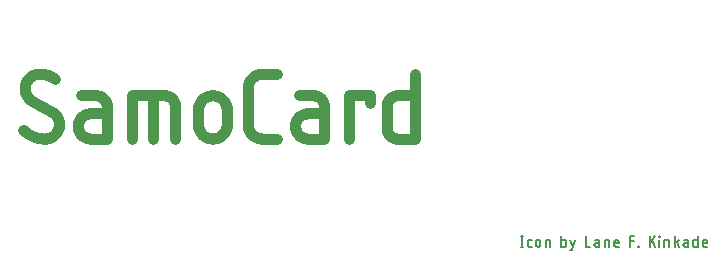
<source format=gbr>
G04 EAGLE Gerber X2 export*
%TF.Part,Single*%
%TF.FileFunction,Legend,Top,1*%
%TF.FilePolarity,Positive*%
%TF.GenerationSoftware,Autodesk,EAGLE,9.0.1*%
%TF.CreationDate,2018-06-03T14:21:38Z*%
G75*
%MOMM*%
%FSLAX34Y34*%
%LPD*%
%AMOC8*
5,1,8,0,0,1.08239X$1,22.5*%
G01*
%ADD10R,2.070000X0.115000*%
%ADD11R,2.300000X0.115000*%
%ADD12R,1.265000X0.115000*%
%ADD13R,2.185000X0.115000*%
%ADD14R,1.380000X0.115000*%
%ADD15R,1.955000X0.115000*%
%ADD16R,1.840000X0.115000*%
%ADD17R,1.725000X0.115000*%
%ADD18R,2.415000X0.115000*%
%ADD19R,2.530000X0.115000*%
%ADD20R,2.645000X0.115000*%
%ADD21R,2.760000X0.115000*%
%ADD22R,2.875000X0.115000*%
%ADD23R,1.150000X0.115000*%
%ADD24R,2.990000X0.115000*%
%ADD25R,3.105000X0.115000*%
%ADD26R,0.230000X0.115000*%
%ADD27R,3.220000X0.115000*%
%ADD28R,3.450000X0.115000*%
%ADD29R,3.565000X0.115000*%
%ADD30R,3.680000X0.115000*%
%ADD31R,7.015000X0.115000*%
%ADD32R,3.795000X0.115000*%
%ADD33R,7.705000X0.115000*%
%ADD34R,3.910000X0.115000*%
%ADD35R,8.165000X0.115000*%
%ADD36R,0.920000X0.115000*%
%ADD37R,4.025000X0.115000*%
%ADD38R,8.625000X0.115000*%
%ADD39R,0.460000X0.115000*%
%ADD40R,4.255000X0.115000*%
%ADD41R,8.855000X0.115000*%
%ADD42R,0.115000X0.115000*%
%ADD43R,4.370000X0.115000*%
%ADD44R,9.200000X0.115000*%
%ADD45R,4.485000X0.115000*%
%ADD46R,9.545000X0.115000*%
%ADD47R,4.715000X0.115000*%
%ADD48R,14.490000X0.115000*%
%ADD49R,14.605000X0.115000*%
%ADD50R,14.720000X0.115000*%
%ADD51R,14.835000X0.115000*%
%ADD52R,14.950000X0.115000*%
%ADD53R,15.065000X0.115000*%
%ADD54R,15.180000X0.115000*%
%ADD55R,15.295000X0.115000*%
%ADD56R,14.375000X0.115000*%
%ADD57R,14.260000X0.115000*%
%ADD58R,14.145000X0.115000*%
%ADD59R,5.980000X0.115000*%
%ADD60R,5.750000X0.115000*%
%ADD61R,5.060000X0.115000*%
%ADD62R,5.520000X0.115000*%
%ADD63R,5.405000X0.115000*%
%ADD64R,6.210000X0.115000*%
%ADD65R,5.175000X0.115000*%
%ADD66R,6.095000X0.115000*%
%ADD67R,5.290000X0.115000*%
%ADD68R,5.635000X0.115000*%
%ADD69R,5.865000X0.115000*%
%ADD70R,4.830000X0.115000*%
%ADD71R,4.600000X0.115000*%
%ADD72R,4.140000X0.115000*%
%ADD73R,1.610000X0.115000*%
%ADD74R,0.575000X0.115000*%
%ADD75R,0.345000X0.115000*%
%ADD76C,0.152400*%
%ADD77C,0.965200*%


D10*
X666425Y150650D03*
X691725Y150650D03*
D11*
X577875Y151800D03*
D12*
X598000Y151800D03*
D13*
X667000Y151800D03*
X692300Y151800D03*
D11*
X577875Y152950D03*
D14*
X598575Y152950D03*
D13*
X667000Y152950D03*
X692300Y152950D03*
D11*
X579025Y154100D03*
D12*
X599150Y154100D03*
D11*
X667575Y154100D03*
X692875Y154100D03*
X579025Y155250D03*
D14*
X599725Y155250D03*
D13*
X668150Y155250D03*
X693450Y155250D03*
D11*
X580175Y156400D03*
D12*
X600300Y156400D03*
D10*
X668725Y156400D03*
X694025Y156400D03*
X581325Y157550D03*
D14*
X600875Y157550D03*
D15*
X669300Y157550D03*
X694600Y157550D03*
D16*
X583625Y158700D03*
D12*
X601450Y158700D03*
D16*
X671025Y158700D03*
D17*
X695750Y158700D03*
D16*
X583625Y159850D03*
D14*
X602025Y159850D03*
D16*
X671025Y159850D03*
D17*
X695750Y159850D03*
D16*
X583625Y161000D03*
D14*
X602025Y161000D03*
D16*
X671025Y161000D03*
X696325Y161000D03*
X584775Y162150D03*
D12*
X602600Y162150D03*
D16*
X671025Y162150D03*
X696325Y162150D03*
X584775Y163300D03*
D14*
X603175Y163300D03*
D16*
X671025Y163300D03*
X696325Y163300D03*
D15*
X585350Y164450D03*
D14*
X603175Y164450D03*
D16*
X671025Y164450D03*
X696325Y164450D03*
X585925Y165600D03*
D12*
X603750Y165600D03*
D16*
X671025Y165600D03*
X696325Y165600D03*
X585925Y166750D03*
D14*
X604325Y166750D03*
D16*
X671025Y166750D03*
X696325Y166750D03*
X585925Y167900D03*
D14*
X604325Y167900D03*
D16*
X671025Y167900D03*
D15*
X695750Y167900D03*
X586500Y169050D03*
D12*
X604900Y169050D03*
D15*
X670450Y169050D03*
X695750Y169050D03*
D16*
X587075Y170200D03*
D14*
X605475Y170200D03*
D15*
X670450Y170200D03*
X695750Y170200D03*
D16*
X587075Y171350D03*
D14*
X605475Y171350D03*
D15*
X670450Y171350D03*
D10*
X695175Y171350D03*
D16*
X587075Y172500D03*
D14*
X605475Y172500D03*
D10*
X669875Y172500D03*
X695175Y172500D03*
D15*
X587650Y173650D03*
D14*
X605475Y173650D03*
D10*
X669875Y173650D03*
X695175Y173650D03*
D15*
X587650Y174800D03*
D12*
X606050Y174800D03*
D13*
X669300Y174800D03*
X694600Y174800D03*
D15*
X587650Y175950D03*
D14*
X606625Y175950D03*
D13*
X669300Y175950D03*
X694600Y175950D03*
D15*
X587650Y177100D03*
D14*
X606625Y177100D03*
D11*
X668725Y177100D03*
X694025Y177100D03*
D15*
X587650Y178250D03*
D14*
X606625Y178250D03*
D13*
X668150Y178250D03*
D11*
X694025Y178250D03*
D15*
X587650Y179400D03*
D14*
X606625Y179400D03*
D11*
X667575Y179400D03*
D18*
X693450Y179400D03*
D10*
X587075Y180550D03*
D14*
X606625Y180550D03*
D13*
X667000Y180550D03*
D19*
X692875Y180550D03*
D13*
X587650Y181700D03*
D14*
X606625Y181700D03*
D13*
X665850Y181700D03*
D19*
X692875Y181700D03*
D13*
X587650Y182850D03*
D14*
X606625Y182850D03*
D13*
X664700Y182850D03*
D20*
X692300Y182850D03*
D11*
X587075Y184000D03*
D12*
X607200Y184000D03*
D11*
X664125Y184000D03*
D21*
X691725Y184000D03*
D11*
X587075Y185150D03*
D12*
X607200Y185150D03*
D11*
X662975Y185150D03*
D22*
X691150Y185150D03*
D18*
X586500Y186300D03*
D23*
X607775Y186300D03*
D13*
X662400Y186300D03*
D24*
X690575Y186300D03*
D18*
X586500Y187450D03*
D13*
X661250Y187450D03*
D25*
X690000Y187450D03*
D19*
X585925Y188600D03*
D26*
X602025Y188600D03*
D13*
X660100Y188600D03*
D27*
X689425Y188600D03*
D19*
X584775Y189750D03*
D17*
X608350Y189750D03*
D13*
X658950Y189750D03*
D28*
X689425Y189750D03*
D20*
X584200Y190900D03*
D21*
X612375Y190900D03*
D13*
X657800Y190900D03*
D29*
X688850Y190900D03*
D21*
X583625Y192050D03*
D28*
X615825Y192050D03*
D13*
X656650Y192050D03*
D30*
X688275Y192050D03*
D31*
X603750Y193200D03*
D16*
X656075Y193200D03*
D32*
X687700Y193200D03*
D33*
X606050Y194350D03*
D14*
X657225Y194350D03*
D34*
X687125Y194350D03*
D35*
X607200Y195500D03*
D36*
X658375Y195500D03*
D37*
X686550Y195500D03*
D38*
X608350Y196650D03*
D39*
X658375Y196650D03*
D40*
X685400Y196650D03*
D41*
X609500Y197800D03*
D42*
X658950Y197800D03*
D43*
X684825Y197800D03*
D44*
X610075Y198950D03*
D45*
X684250Y198950D03*
D46*
X610650Y200100D03*
D47*
X683100Y200100D03*
D48*
X634225Y201250D03*
X634225Y202400D03*
D49*
X633650Y203550D03*
D50*
X633075Y204700D03*
X633075Y205850D03*
D51*
X632500Y207000D03*
X632500Y208150D03*
D52*
X631925Y209300D03*
X631925Y210450D03*
D53*
X631350Y211600D03*
X631350Y212750D03*
X631350Y213900D03*
D54*
X630775Y215050D03*
X630775Y216200D03*
X630775Y217350D03*
D55*
X630200Y218500D03*
D54*
X629625Y219650D03*
X629625Y220800D03*
X629625Y221950D03*
X629625Y223100D03*
D55*
X629050Y224250D03*
X629050Y225400D03*
X629050Y226550D03*
D54*
X628475Y227700D03*
X628475Y228850D03*
X628475Y230000D03*
X628475Y231150D03*
X628475Y232300D03*
X628475Y233450D03*
D53*
X627900Y234600D03*
X627900Y235750D03*
X627900Y236900D03*
X627900Y238050D03*
D52*
X627325Y239200D03*
X627325Y240350D03*
X627325Y241500D03*
X627325Y242650D03*
D51*
X626750Y243800D03*
X626750Y244950D03*
D50*
X627325Y246100D03*
D49*
X626750Y247250D03*
X626750Y248400D03*
D48*
X627325Y249550D03*
D56*
X626750Y250700D03*
X626750Y251850D03*
D57*
X627325Y253000D03*
D58*
X626750Y254150D03*
D59*
X587075Y255300D03*
D45*
X675050Y255300D03*
D60*
X585925Y256450D03*
D61*
X672175Y256450D03*
D62*
X585925Y257600D03*
X668725Y257600D03*
D63*
X585350Y258750D03*
D64*
X665275Y258750D03*
D65*
X585350Y259900D03*
D64*
X664125Y259900D03*
D61*
X585925Y261050D03*
D66*
X664700Y261050D03*
D67*
X584775Y262200D03*
D59*
X664125Y262200D03*
D68*
X583050Y263350D03*
D59*
X664125Y263350D03*
D60*
X582475Y264500D03*
X664125Y264500D03*
D69*
X581900Y265650D03*
D60*
X664125Y265650D03*
D69*
X581900Y266800D03*
D62*
X664125Y266800D03*
D59*
X581325Y267950D03*
D62*
X664125Y267950D03*
D59*
X581325Y269100D03*
D67*
X664125Y269100D03*
D69*
X580750Y270250D03*
D65*
X663550Y270250D03*
D69*
X580750Y271400D03*
D61*
X664125Y271400D03*
D67*
X583625Y272550D03*
D70*
X664125Y272550D03*
D63*
X583050Y273700D03*
D71*
X664125Y273700D03*
D68*
X581900Y274850D03*
D43*
X664125Y274850D03*
D68*
X580750Y276000D03*
D72*
X664125Y276000D03*
D60*
X580175Y277150D03*
D34*
X664125Y277150D03*
D60*
X579025Y278300D03*
D29*
X663550Y278300D03*
D60*
X579025Y279450D03*
D27*
X664125Y279450D03*
D60*
X579025Y280600D03*
D21*
X664125Y280600D03*
D68*
X578450Y281750D03*
D11*
X664125Y281750D03*
D68*
X578450Y282900D03*
D73*
X664125Y282900D03*
D62*
X577875Y284050D03*
D63*
X577300Y285200D03*
D34*
X583625Y286350D03*
X583625Y287500D03*
D30*
X583625Y288650D03*
D29*
X583050Y289800D03*
D27*
X582475Y290950D03*
D24*
X582475Y292100D03*
D20*
X581900Y293250D03*
D13*
X581900Y294400D03*
D17*
X583050Y295550D03*
D14*
X584775Y296700D03*
D74*
X580750Y297850D03*
X588800Y297850D03*
D39*
X581325Y299000D03*
X588225Y299000D03*
D75*
X580750Y300150D03*
D39*
X588225Y300150D03*
D75*
X580750Y301300D03*
D26*
X588225Y301300D03*
X581325Y302450D03*
X588225Y302450D03*
D76*
X596272Y108298D02*
X596272Y99662D01*
X597231Y99662D02*
X595312Y99662D01*
X595312Y108298D02*
X597231Y108298D01*
X602513Y99662D02*
X604432Y99662D01*
X602513Y99662D02*
X602438Y99664D01*
X602363Y99670D01*
X602288Y99680D01*
X602214Y99693D01*
X602141Y99711D01*
X602068Y99732D01*
X601997Y99758D01*
X601928Y99786D01*
X601860Y99819D01*
X601794Y99855D01*
X601729Y99894D01*
X601667Y99937D01*
X601607Y99983D01*
X601550Y100032D01*
X601495Y100083D01*
X601444Y100138D01*
X601395Y100195D01*
X601349Y100255D01*
X601306Y100317D01*
X601267Y100382D01*
X601231Y100448D01*
X601198Y100516D01*
X601170Y100585D01*
X601144Y100656D01*
X601123Y100729D01*
X601105Y100802D01*
X601092Y100876D01*
X601082Y100951D01*
X601076Y101026D01*
X601074Y101101D01*
X601073Y101101D02*
X601073Y103980D01*
X601074Y103980D02*
X601076Y104055D01*
X601082Y104130D01*
X601092Y104205D01*
X601105Y104279D01*
X601123Y104352D01*
X601144Y104425D01*
X601170Y104496D01*
X601198Y104565D01*
X601231Y104633D01*
X601267Y104700D01*
X601306Y104764D01*
X601349Y104826D01*
X601395Y104886D01*
X601444Y104943D01*
X601495Y104998D01*
X601550Y105049D01*
X601607Y105098D01*
X601667Y105144D01*
X601729Y105187D01*
X601794Y105226D01*
X601860Y105262D01*
X601928Y105295D01*
X601997Y105323D01*
X602068Y105349D01*
X602141Y105370D01*
X602214Y105388D01*
X602288Y105401D01*
X602363Y105411D01*
X602438Y105417D01*
X602513Y105419D01*
X604432Y105419D01*
X608068Y103500D02*
X608068Y101581D01*
X608068Y103500D02*
X608070Y103586D01*
X608076Y103672D01*
X608085Y103758D01*
X608099Y103843D01*
X608116Y103927D01*
X608137Y104011D01*
X608162Y104093D01*
X608190Y104174D01*
X608222Y104254D01*
X608258Y104333D01*
X608297Y104409D01*
X608340Y104484D01*
X608385Y104557D01*
X608434Y104628D01*
X608487Y104696D01*
X608542Y104763D01*
X608600Y104826D01*
X608661Y104887D01*
X608724Y104945D01*
X608791Y105000D01*
X608859Y105053D01*
X608930Y105102D01*
X609003Y105147D01*
X609078Y105190D01*
X609154Y105229D01*
X609233Y105265D01*
X609313Y105297D01*
X609394Y105325D01*
X609476Y105350D01*
X609560Y105371D01*
X609644Y105388D01*
X609729Y105402D01*
X609815Y105411D01*
X609901Y105417D01*
X609987Y105419D01*
X610073Y105417D01*
X610159Y105411D01*
X610245Y105402D01*
X610330Y105388D01*
X610414Y105371D01*
X610498Y105350D01*
X610580Y105325D01*
X610661Y105297D01*
X610741Y105265D01*
X610820Y105229D01*
X610896Y105190D01*
X610971Y105147D01*
X611044Y105102D01*
X611115Y105053D01*
X611183Y105000D01*
X611250Y104945D01*
X611313Y104887D01*
X611374Y104826D01*
X611432Y104763D01*
X611487Y104696D01*
X611540Y104628D01*
X611589Y104557D01*
X611634Y104484D01*
X611677Y104409D01*
X611716Y104333D01*
X611752Y104254D01*
X611784Y104174D01*
X611812Y104093D01*
X611837Y104011D01*
X611858Y103927D01*
X611875Y103843D01*
X611889Y103758D01*
X611898Y103672D01*
X611904Y103586D01*
X611906Y103500D01*
X611907Y103500D02*
X611907Y101581D01*
X611906Y101581D02*
X611904Y101495D01*
X611898Y101409D01*
X611889Y101323D01*
X611875Y101238D01*
X611858Y101154D01*
X611837Y101070D01*
X611812Y100988D01*
X611784Y100907D01*
X611752Y100827D01*
X611716Y100748D01*
X611677Y100672D01*
X611634Y100597D01*
X611589Y100524D01*
X611540Y100453D01*
X611487Y100385D01*
X611432Y100318D01*
X611374Y100255D01*
X611313Y100194D01*
X611250Y100136D01*
X611183Y100081D01*
X611115Y100028D01*
X611044Y99979D01*
X610971Y99934D01*
X610896Y99891D01*
X610820Y99852D01*
X610741Y99816D01*
X610661Y99784D01*
X610580Y99756D01*
X610498Y99731D01*
X610414Y99710D01*
X610330Y99693D01*
X610245Y99679D01*
X610159Y99670D01*
X610073Y99664D01*
X609987Y99662D01*
X609901Y99664D01*
X609815Y99670D01*
X609729Y99679D01*
X609644Y99693D01*
X609560Y99710D01*
X609476Y99731D01*
X609394Y99756D01*
X609313Y99784D01*
X609233Y99816D01*
X609154Y99852D01*
X609078Y99891D01*
X609003Y99934D01*
X608930Y99979D01*
X608859Y100028D01*
X608791Y100081D01*
X608724Y100136D01*
X608661Y100194D01*
X608600Y100255D01*
X608542Y100318D01*
X608487Y100385D01*
X608434Y100453D01*
X608385Y100524D01*
X608340Y100597D01*
X608297Y100672D01*
X608258Y100748D01*
X608222Y100827D01*
X608190Y100907D01*
X608162Y100988D01*
X608137Y101070D01*
X608116Y101154D01*
X608099Y101238D01*
X608085Y101323D01*
X608076Y101409D01*
X608070Y101495D01*
X608068Y101581D01*
X616298Y99662D02*
X616298Y105419D01*
X618697Y105419D01*
X618772Y105417D01*
X618847Y105411D01*
X618922Y105401D01*
X618996Y105388D01*
X619069Y105370D01*
X619142Y105349D01*
X619213Y105323D01*
X619282Y105295D01*
X619350Y105262D01*
X619416Y105226D01*
X619481Y105187D01*
X619543Y105144D01*
X619603Y105098D01*
X619660Y105049D01*
X619715Y104998D01*
X619766Y104943D01*
X619815Y104886D01*
X619861Y104826D01*
X619904Y104764D01*
X619943Y104700D01*
X619979Y104633D01*
X620012Y104565D01*
X620040Y104496D01*
X620066Y104425D01*
X620087Y104352D01*
X620105Y104279D01*
X620118Y104205D01*
X620128Y104130D01*
X620134Y104055D01*
X620136Y103980D01*
X620136Y99662D01*
X629777Y99662D02*
X629777Y108298D01*
X629777Y99662D02*
X632176Y99662D01*
X632251Y99664D01*
X632326Y99670D01*
X632401Y99680D01*
X632475Y99693D01*
X632548Y99711D01*
X632621Y99732D01*
X632692Y99758D01*
X632761Y99786D01*
X632829Y99819D01*
X632895Y99855D01*
X632960Y99894D01*
X633022Y99937D01*
X633082Y99983D01*
X633139Y100032D01*
X633194Y100083D01*
X633245Y100138D01*
X633294Y100195D01*
X633340Y100255D01*
X633383Y100317D01*
X633422Y100381D01*
X633458Y100448D01*
X633491Y100516D01*
X633519Y100585D01*
X633545Y100656D01*
X633566Y100729D01*
X633584Y100802D01*
X633597Y100876D01*
X633607Y100951D01*
X633613Y101026D01*
X633615Y101101D01*
X633615Y103980D01*
X633613Y104055D01*
X633607Y104130D01*
X633597Y104205D01*
X633584Y104279D01*
X633566Y104352D01*
X633545Y104425D01*
X633519Y104496D01*
X633491Y104565D01*
X633458Y104633D01*
X633422Y104700D01*
X633383Y104764D01*
X633340Y104826D01*
X633294Y104886D01*
X633245Y104943D01*
X633194Y104998D01*
X633139Y105049D01*
X633082Y105098D01*
X633022Y105144D01*
X632960Y105187D01*
X632896Y105226D01*
X632829Y105262D01*
X632761Y105295D01*
X632692Y105323D01*
X632621Y105349D01*
X632548Y105370D01*
X632475Y105388D01*
X632401Y105401D01*
X632326Y105411D01*
X632251Y105417D01*
X632176Y105419D01*
X629777Y105419D01*
X637329Y96783D02*
X638289Y96783D01*
X641167Y105419D01*
X637329Y105419D02*
X639248Y99662D01*
X650286Y99662D02*
X650286Y108298D01*
X650286Y99662D02*
X654125Y99662D01*
X659362Y103020D02*
X661521Y103020D01*
X659362Y103020D02*
X659281Y103018D01*
X659200Y103012D01*
X659119Y103002D01*
X659039Y102989D01*
X658960Y102971D01*
X658882Y102950D01*
X658805Y102925D01*
X658729Y102896D01*
X658654Y102864D01*
X658582Y102828D01*
X658511Y102788D01*
X658442Y102745D01*
X658375Y102699D01*
X658311Y102650D01*
X658249Y102598D01*
X658189Y102542D01*
X658133Y102484D01*
X658079Y102424D01*
X658028Y102360D01*
X657980Y102295D01*
X657936Y102227D01*
X657895Y102157D01*
X657857Y102085D01*
X657823Y102012D01*
X657792Y101936D01*
X657765Y101860D01*
X657742Y101782D01*
X657723Y101703D01*
X657707Y101624D01*
X657695Y101543D01*
X657687Y101463D01*
X657683Y101382D01*
X657683Y101300D01*
X657687Y101219D01*
X657695Y101139D01*
X657707Y101058D01*
X657723Y100979D01*
X657742Y100900D01*
X657765Y100822D01*
X657792Y100746D01*
X657823Y100670D01*
X657857Y100597D01*
X657895Y100525D01*
X657936Y100455D01*
X657980Y100387D01*
X658028Y100322D01*
X658079Y100258D01*
X658133Y100198D01*
X658189Y100140D01*
X658249Y100084D01*
X658311Y100032D01*
X658375Y99983D01*
X658442Y99937D01*
X658511Y99894D01*
X658582Y99854D01*
X658654Y99818D01*
X658729Y99786D01*
X658805Y99757D01*
X658882Y99732D01*
X658960Y99711D01*
X659039Y99693D01*
X659119Y99680D01*
X659200Y99670D01*
X659281Y99664D01*
X659362Y99662D01*
X661521Y99662D01*
X661521Y103980D01*
X661519Y104055D01*
X661513Y104130D01*
X661503Y104205D01*
X661490Y104279D01*
X661472Y104352D01*
X661451Y104425D01*
X661425Y104496D01*
X661397Y104565D01*
X661364Y104633D01*
X661328Y104700D01*
X661289Y104764D01*
X661246Y104826D01*
X661200Y104886D01*
X661151Y104943D01*
X661100Y104998D01*
X661045Y105049D01*
X660988Y105098D01*
X660928Y105144D01*
X660866Y105187D01*
X660802Y105226D01*
X660735Y105262D01*
X660667Y105295D01*
X660598Y105323D01*
X660527Y105349D01*
X660454Y105370D01*
X660381Y105388D01*
X660307Y105401D01*
X660232Y105411D01*
X660157Y105417D01*
X660082Y105419D01*
X658163Y105419D01*
X666285Y105419D02*
X666285Y99662D01*
X666285Y105419D02*
X668684Y105419D01*
X668759Y105417D01*
X668834Y105411D01*
X668909Y105401D01*
X668983Y105388D01*
X669056Y105370D01*
X669129Y105349D01*
X669200Y105323D01*
X669269Y105295D01*
X669337Y105262D01*
X669403Y105226D01*
X669468Y105187D01*
X669530Y105144D01*
X669590Y105098D01*
X669647Y105049D01*
X669702Y104998D01*
X669753Y104943D01*
X669802Y104886D01*
X669848Y104826D01*
X669891Y104764D01*
X669930Y104700D01*
X669966Y104633D01*
X669999Y104565D01*
X670027Y104496D01*
X670053Y104425D01*
X670074Y104352D01*
X670092Y104279D01*
X670105Y104205D01*
X670115Y104130D01*
X670121Y104055D01*
X670123Y103980D01*
X670123Y99662D01*
X675954Y99662D02*
X678353Y99662D01*
X675954Y99662D02*
X675879Y99664D01*
X675804Y99670D01*
X675729Y99680D01*
X675655Y99693D01*
X675582Y99711D01*
X675509Y99732D01*
X675438Y99758D01*
X675369Y99786D01*
X675301Y99819D01*
X675235Y99855D01*
X675170Y99894D01*
X675108Y99937D01*
X675048Y99983D01*
X674991Y100032D01*
X674936Y100083D01*
X674885Y100138D01*
X674836Y100195D01*
X674790Y100255D01*
X674747Y100317D01*
X674708Y100382D01*
X674672Y100448D01*
X674639Y100516D01*
X674611Y100585D01*
X674585Y100656D01*
X674564Y100729D01*
X674546Y100802D01*
X674533Y100876D01*
X674523Y100951D01*
X674517Y101026D01*
X674515Y101101D01*
X674514Y101101D02*
X674514Y103500D01*
X674516Y103586D01*
X674522Y103672D01*
X674531Y103758D01*
X674545Y103843D01*
X674562Y103927D01*
X674583Y104011D01*
X674608Y104093D01*
X674636Y104174D01*
X674668Y104254D01*
X674704Y104333D01*
X674743Y104409D01*
X674786Y104484D01*
X674831Y104557D01*
X674880Y104628D01*
X674933Y104696D01*
X674988Y104763D01*
X675046Y104826D01*
X675107Y104887D01*
X675170Y104945D01*
X675237Y105000D01*
X675305Y105053D01*
X675376Y105102D01*
X675449Y105147D01*
X675524Y105190D01*
X675600Y105229D01*
X675679Y105265D01*
X675759Y105297D01*
X675840Y105325D01*
X675922Y105350D01*
X676006Y105371D01*
X676090Y105388D01*
X676175Y105402D01*
X676261Y105411D01*
X676347Y105417D01*
X676433Y105419D01*
X676519Y105417D01*
X676605Y105411D01*
X676691Y105402D01*
X676776Y105388D01*
X676860Y105371D01*
X676944Y105350D01*
X677026Y105325D01*
X677107Y105297D01*
X677187Y105265D01*
X677266Y105229D01*
X677342Y105190D01*
X677417Y105147D01*
X677490Y105102D01*
X677561Y105053D01*
X677629Y105000D01*
X677696Y104945D01*
X677759Y104887D01*
X677820Y104826D01*
X677878Y104763D01*
X677933Y104696D01*
X677986Y104628D01*
X678035Y104557D01*
X678080Y104484D01*
X678123Y104409D01*
X678162Y104333D01*
X678198Y104254D01*
X678230Y104174D01*
X678258Y104093D01*
X678283Y104011D01*
X678304Y103927D01*
X678321Y103843D01*
X678335Y103758D01*
X678344Y103672D01*
X678350Y103586D01*
X678352Y103500D01*
X678353Y103500D02*
X678353Y102541D01*
X674514Y102541D01*
X687777Y99662D02*
X687777Y108298D01*
X691615Y108298D01*
X691615Y104460D02*
X687777Y104460D01*
X694786Y100142D02*
X694786Y99662D01*
X694786Y100142D02*
X695266Y100142D01*
X695266Y99662D01*
X694786Y99662D01*
X704404Y99662D02*
X704404Y108298D01*
X709202Y108298D02*
X704404Y103020D01*
X706324Y104940D02*
X709202Y99662D01*
X712705Y99662D02*
X712705Y105419D01*
X712465Y107818D02*
X712465Y108298D01*
X712944Y108298D01*
X712944Y107818D01*
X712465Y107818D01*
X716881Y105419D02*
X716881Y99662D01*
X716881Y105419D02*
X719280Y105419D01*
X719355Y105417D01*
X719430Y105411D01*
X719505Y105401D01*
X719579Y105388D01*
X719652Y105370D01*
X719725Y105349D01*
X719796Y105323D01*
X719865Y105295D01*
X719933Y105262D01*
X719999Y105226D01*
X720064Y105187D01*
X720126Y105144D01*
X720186Y105098D01*
X720243Y105049D01*
X720298Y104998D01*
X720349Y104943D01*
X720398Y104886D01*
X720444Y104826D01*
X720487Y104764D01*
X720526Y104700D01*
X720562Y104633D01*
X720595Y104565D01*
X720623Y104496D01*
X720649Y104425D01*
X720670Y104352D01*
X720688Y104279D01*
X720701Y104205D01*
X720711Y104130D01*
X720717Y104055D01*
X720719Y103980D01*
X720720Y103980D02*
X720720Y99662D01*
X725571Y99662D02*
X725571Y108298D01*
X729410Y105419D02*
X725571Y102541D01*
X727251Y103740D02*
X729410Y99662D01*
X734647Y103020D02*
X736806Y103020D01*
X734647Y103020D02*
X734566Y103018D01*
X734485Y103012D01*
X734404Y103002D01*
X734324Y102989D01*
X734245Y102971D01*
X734167Y102950D01*
X734090Y102925D01*
X734014Y102896D01*
X733939Y102864D01*
X733867Y102828D01*
X733796Y102788D01*
X733727Y102745D01*
X733660Y102699D01*
X733596Y102650D01*
X733534Y102598D01*
X733474Y102542D01*
X733418Y102484D01*
X733364Y102424D01*
X733313Y102360D01*
X733265Y102295D01*
X733221Y102227D01*
X733180Y102157D01*
X733142Y102085D01*
X733108Y102012D01*
X733077Y101936D01*
X733050Y101860D01*
X733027Y101782D01*
X733008Y101703D01*
X732992Y101624D01*
X732980Y101543D01*
X732972Y101463D01*
X732968Y101382D01*
X732968Y101300D01*
X732972Y101219D01*
X732980Y101139D01*
X732992Y101058D01*
X733008Y100979D01*
X733027Y100900D01*
X733050Y100822D01*
X733077Y100746D01*
X733108Y100670D01*
X733142Y100597D01*
X733180Y100525D01*
X733221Y100455D01*
X733265Y100387D01*
X733313Y100322D01*
X733364Y100258D01*
X733418Y100198D01*
X733474Y100140D01*
X733534Y100084D01*
X733596Y100032D01*
X733660Y99983D01*
X733727Y99937D01*
X733796Y99894D01*
X733867Y99854D01*
X733939Y99818D01*
X734014Y99786D01*
X734090Y99757D01*
X734167Y99732D01*
X734245Y99711D01*
X734324Y99693D01*
X734404Y99680D01*
X734485Y99670D01*
X734566Y99664D01*
X734647Y99662D01*
X736806Y99662D01*
X736806Y103980D01*
X736804Y104055D01*
X736798Y104130D01*
X736788Y104205D01*
X736775Y104279D01*
X736757Y104352D01*
X736736Y104425D01*
X736710Y104496D01*
X736682Y104565D01*
X736649Y104633D01*
X736613Y104700D01*
X736574Y104764D01*
X736531Y104826D01*
X736485Y104886D01*
X736436Y104943D01*
X736385Y104998D01*
X736330Y105049D01*
X736273Y105098D01*
X736213Y105144D01*
X736151Y105187D01*
X736087Y105226D01*
X736020Y105262D01*
X735952Y105295D01*
X735883Y105323D01*
X735812Y105349D01*
X735739Y105370D01*
X735666Y105388D01*
X735592Y105401D01*
X735517Y105411D01*
X735442Y105417D01*
X735367Y105419D01*
X733448Y105419D01*
X745036Y108298D02*
X745036Y99662D01*
X742637Y99662D01*
X742562Y99664D01*
X742487Y99670D01*
X742412Y99680D01*
X742338Y99693D01*
X742265Y99711D01*
X742192Y99732D01*
X742121Y99758D01*
X742052Y99786D01*
X741984Y99819D01*
X741918Y99855D01*
X741853Y99894D01*
X741791Y99937D01*
X741731Y99983D01*
X741674Y100032D01*
X741619Y100083D01*
X741568Y100138D01*
X741519Y100195D01*
X741473Y100255D01*
X741430Y100317D01*
X741391Y100382D01*
X741355Y100448D01*
X741322Y100516D01*
X741294Y100585D01*
X741268Y100656D01*
X741247Y100729D01*
X741229Y100802D01*
X741216Y100876D01*
X741206Y100951D01*
X741200Y101026D01*
X741198Y101101D01*
X741197Y101101D02*
X741197Y103980D01*
X741198Y103980D02*
X741200Y104055D01*
X741206Y104130D01*
X741216Y104205D01*
X741229Y104279D01*
X741247Y104352D01*
X741268Y104425D01*
X741294Y104496D01*
X741322Y104565D01*
X741355Y104633D01*
X741391Y104700D01*
X741430Y104764D01*
X741473Y104826D01*
X741519Y104886D01*
X741568Y104943D01*
X741619Y104998D01*
X741674Y105049D01*
X741731Y105098D01*
X741791Y105144D01*
X741853Y105187D01*
X741918Y105226D01*
X741984Y105262D01*
X742052Y105295D01*
X742121Y105323D01*
X742192Y105349D01*
X742265Y105370D01*
X742338Y105388D01*
X742412Y105401D01*
X742487Y105411D01*
X742562Y105417D01*
X742637Y105419D01*
X745036Y105419D01*
X750934Y99662D02*
X753333Y99662D01*
X750934Y99662D02*
X750859Y99664D01*
X750784Y99670D01*
X750709Y99680D01*
X750635Y99693D01*
X750562Y99711D01*
X750489Y99732D01*
X750418Y99758D01*
X750349Y99786D01*
X750281Y99819D01*
X750215Y99855D01*
X750150Y99894D01*
X750088Y99937D01*
X750028Y99983D01*
X749971Y100032D01*
X749916Y100083D01*
X749865Y100138D01*
X749816Y100195D01*
X749770Y100255D01*
X749727Y100317D01*
X749688Y100382D01*
X749652Y100448D01*
X749619Y100516D01*
X749591Y100585D01*
X749565Y100656D01*
X749544Y100729D01*
X749526Y100802D01*
X749513Y100876D01*
X749503Y100951D01*
X749497Y101026D01*
X749495Y101101D01*
X749495Y103500D01*
X749497Y103586D01*
X749503Y103672D01*
X749512Y103758D01*
X749526Y103843D01*
X749543Y103927D01*
X749564Y104011D01*
X749589Y104093D01*
X749617Y104174D01*
X749649Y104254D01*
X749685Y104333D01*
X749724Y104409D01*
X749767Y104484D01*
X749812Y104557D01*
X749861Y104628D01*
X749914Y104696D01*
X749969Y104763D01*
X750027Y104826D01*
X750088Y104887D01*
X750151Y104945D01*
X750218Y105000D01*
X750286Y105053D01*
X750357Y105102D01*
X750430Y105147D01*
X750505Y105190D01*
X750581Y105229D01*
X750660Y105265D01*
X750740Y105297D01*
X750821Y105325D01*
X750903Y105350D01*
X750987Y105371D01*
X751071Y105388D01*
X751156Y105402D01*
X751242Y105411D01*
X751328Y105417D01*
X751414Y105419D01*
X751500Y105417D01*
X751586Y105411D01*
X751672Y105402D01*
X751757Y105388D01*
X751841Y105371D01*
X751925Y105350D01*
X752007Y105325D01*
X752088Y105297D01*
X752168Y105265D01*
X752247Y105229D01*
X752323Y105190D01*
X752398Y105147D01*
X752471Y105102D01*
X752542Y105053D01*
X752610Y105000D01*
X752677Y104945D01*
X752740Y104887D01*
X752801Y104826D01*
X752859Y104763D01*
X752914Y104696D01*
X752967Y104628D01*
X753016Y104557D01*
X753061Y104484D01*
X753104Y104409D01*
X753143Y104333D01*
X753179Y104254D01*
X753211Y104174D01*
X753239Y104093D01*
X753264Y104011D01*
X753285Y103927D01*
X753302Y103843D01*
X753316Y103758D01*
X753325Y103672D01*
X753331Y103586D01*
X753333Y103500D01*
X753333Y102541D01*
X749495Y102541D01*
D77*
X204356Y203318D02*
X204352Y203023D01*
X204342Y202729D01*
X204324Y202435D01*
X204299Y202141D01*
X204267Y201848D01*
X204228Y201556D01*
X204182Y201265D01*
X204129Y200976D01*
X204069Y200687D01*
X204002Y200400D01*
X203928Y200115D01*
X203847Y199832D01*
X203759Y199550D01*
X203665Y199271D01*
X203564Y198995D01*
X203456Y198720D01*
X203342Y198449D01*
X203221Y198180D01*
X203093Y197915D01*
X202959Y197652D01*
X202819Y197393D01*
X202673Y197137D01*
X202521Y196885D01*
X202362Y196637D01*
X202198Y196392D01*
X202028Y196152D01*
X201851Y195915D01*
X201670Y195684D01*
X201483Y195456D01*
X201290Y195233D01*
X201092Y195015D01*
X200889Y194802D01*
X200680Y194593D01*
X200467Y194390D01*
X200249Y194192D01*
X200026Y193999D01*
X199798Y193812D01*
X199567Y193631D01*
X199330Y193454D01*
X199090Y193284D01*
X198845Y193120D01*
X198597Y192961D01*
X198345Y192809D01*
X198089Y192663D01*
X197830Y192523D01*
X197567Y192389D01*
X197302Y192261D01*
X197033Y192140D01*
X196762Y192026D01*
X196487Y191918D01*
X196211Y191817D01*
X195932Y191723D01*
X195650Y191635D01*
X195367Y191554D01*
X195082Y191480D01*
X194795Y191413D01*
X194506Y191353D01*
X194217Y191300D01*
X193926Y191254D01*
X193634Y191215D01*
X193341Y191183D01*
X193047Y191158D01*
X192753Y191140D01*
X192459Y191130D01*
X192164Y191126D01*
X191548Y191133D01*
X190932Y191155D01*
X190317Y191192D01*
X189703Y191244D01*
X189090Y191310D01*
X188479Y191391D01*
X187870Y191486D01*
X187264Y191596D01*
X186660Y191721D01*
X186060Y191860D01*
X185463Y192013D01*
X184870Y192180D01*
X184281Y192362D01*
X183697Y192558D01*
X183117Y192767D01*
X182543Y192990D01*
X181974Y193227D01*
X181411Y193478D01*
X180854Y193742D01*
X180304Y194019D01*
X179760Y194309D01*
X179224Y194613D01*
X178695Y194929D01*
X178173Y195257D01*
X177660Y195598D01*
X177155Y195951D01*
X176659Y196316D01*
X176171Y196693D01*
X175692Y197081D01*
X175223Y197481D01*
X174764Y197892D01*
X174315Y198314D01*
X173876Y198746D01*
X175400Y233798D02*
X175404Y234093D01*
X175414Y234387D01*
X175432Y234681D01*
X175457Y234975D01*
X175489Y235268D01*
X175528Y235560D01*
X175574Y235851D01*
X175627Y236140D01*
X175687Y236429D01*
X175754Y236716D01*
X175828Y237001D01*
X175909Y237284D01*
X175997Y237566D01*
X176091Y237845D01*
X176192Y238121D01*
X176300Y238396D01*
X176414Y238667D01*
X176535Y238936D01*
X176663Y239201D01*
X176797Y239464D01*
X176937Y239723D01*
X177083Y239979D01*
X177235Y240231D01*
X177394Y240479D01*
X177558Y240724D01*
X177728Y240964D01*
X177905Y241201D01*
X178086Y241432D01*
X178273Y241660D01*
X178466Y241883D01*
X178664Y242101D01*
X178867Y242314D01*
X179076Y242523D01*
X179289Y242726D01*
X179507Y242924D01*
X179730Y243117D01*
X179958Y243304D01*
X180189Y243485D01*
X180426Y243662D01*
X180666Y243832D01*
X180911Y243996D01*
X181159Y244155D01*
X181411Y244307D01*
X181667Y244453D01*
X181926Y244593D01*
X182189Y244727D01*
X182454Y244855D01*
X182723Y244976D01*
X182994Y245090D01*
X183269Y245198D01*
X183545Y245299D01*
X183824Y245393D01*
X184106Y245481D01*
X184389Y245562D01*
X184674Y245636D01*
X184961Y245703D01*
X185250Y245763D01*
X185539Y245816D01*
X185830Y245862D01*
X186122Y245901D01*
X186415Y245933D01*
X186709Y245958D01*
X187003Y245976D01*
X187297Y245986D01*
X187592Y245990D01*
X188137Y245984D01*
X188681Y245964D01*
X189225Y245932D01*
X189768Y245886D01*
X190310Y245828D01*
X190850Y245757D01*
X191388Y245673D01*
X191924Y245576D01*
X192458Y245466D01*
X192989Y245344D01*
X193517Y245209D01*
X194041Y245061D01*
X194562Y244902D01*
X195079Y244729D01*
X195591Y244545D01*
X196100Y244348D01*
X196603Y244139D01*
X197101Y243918D01*
X197594Y243686D01*
X198081Y243442D01*
X198562Y243186D01*
X199037Y242919D01*
X199505Y242641D01*
X199966Y242351D01*
X200421Y242051D01*
X200868Y241740D01*
X201308Y241418D01*
X181496Y223130D02*
X181241Y223284D01*
X180989Y223445D01*
X180741Y223613D01*
X180497Y223786D01*
X180257Y223964D01*
X180022Y224149D01*
X179791Y224339D01*
X179565Y224535D01*
X179344Y224736D01*
X179128Y224942D01*
X178916Y225154D01*
X178710Y225371D01*
X178509Y225592D01*
X178314Y225818D01*
X178124Y226049D01*
X177940Y226285D01*
X177761Y226525D01*
X177589Y226769D01*
X177422Y227017D01*
X177261Y227269D01*
X177107Y227525D01*
X176958Y227785D01*
X176816Y228048D01*
X176680Y228314D01*
X176551Y228584D01*
X176429Y228856D01*
X176313Y229132D01*
X176203Y229410D01*
X176101Y229691D01*
X176005Y229974D01*
X175916Y230260D01*
X175834Y230547D01*
X175759Y230837D01*
X175691Y231128D01*
X175630Y231421D01*
X175576Y231715D01*
X175530Y232010D01*
X175490Y232307D01*
X175458Y232604D01*
X175432Y232902D01*
X175414Y233200D01*
X175404Y233499D01*
X175400Y233798D01*
X198261Y213986D02*
X198516Y213832D01*
X198768Y213671D01*
X199016Y213503D01*
X199260Y213330D01*
X199500Y213152D01*
X199735Y212967D01*
X199966Y212777D01*
X200192Y212581D01*
X200413Y212380D01*
X200629Y212174D01*
X200841Y211962D01*
X201047Y211745D01*
X201248Y211524D01*
X201443Y211298D01*
X201633Y211067D01*
X201817Y210831D01*
X201996Y210591D01*
X202168Y210347D01*
X202335Y210099D01*
X202496Y209847D01*
X202650Y209591D01*
X202799Y209331D01*
X202941Y209068D01*
X203077Y208802D01*
X203206Y208532D01*
X203328Y208260D01*
X203444Y207984D01*
X203554Y207706D01*
X203656Y207425D01*
X203752Y207142D01*
X203841Y206856D01*
X203923Y206569D01*
X203998Y206279D01*
X204066Y205988D01*
X204127Y205695D01*
X204181Y205401D01*
X204227Y205106D01*
X204267Y204809D01*
X204299Y204512D01*
X204325Y204214D01*
X204343Y203916D01*
X204353Y203617D01*
X204357Y203318D01*
X198260Y213986D02*
X181496Y223130D01*
X231039Y212462D02*
X244755Y212462D01*
X231039Y212462D02*
X230779Y212459D01*
X230520Y212449D01*
X230260Y212434D01*
X230001Y212411D01*
X229743Y212383D01*
X229486Y212348D01*
X229229Y212307D01*
X228974Y212260D01*
X228719Y212207D01*
X228467Y212147D01*
X228215Y212081D01*
X227966Y212010D01*
X227718Y211932D01*
X227472Y211848D01*
X227228Y211758D01*
X226987Y211662D01*
X226747Y211561D01*
X226511Y211453D01*
X226277Y211340D01*
X226046Y211221D01*
X225818Y211097D01*
X225593Y210967D01*
X225371Y210832D01*
X225153Y210691D01*
X224938Y210545D01*
X224727Y210394D01*
X224519Y210238D01*
X224315Y210076D01*
X224116Y209910D01*
X223920Y209739D01*
X223729Y209564D01*
X223542Y209383D01*
X223359Y209198D01*
X223181Y209009D01*
X223008Y208816D01*
X222839Y208618D01*
X222675Y208416D01*
X222517Y208211D01*
X222363Y208001D01*
X222214Y207788D01*
X222071Y207571D01*
X221933Y207351D01*
X221800Y207128D01*
X221673Y206901D01*
X221551Y206672D01*
X221436Y206439D01*
X221325Y206204D01*
X221221Y205966D01*
X221122Y205726D01*
X221029Y205483D01*
X220942Y205238D01*
X220861Y204992D01*
X220787Y204743D01*
X220718Y204492D01*
X220655Y204240D01*
X220599Y203987D01*
X220548Y203732D01*
X220504Y203476D01*
X220467Y203219D01*
X220435Y202961D01*
X220410Y202702D01*
X220391Y202443D01*
X220378Y202184D01*
X220372Y201924D01*
X220372Y201664D01*
X220378Y201404D01*
X220391Y201145D01*
X220410Y200886D01*
X220435Y200627D01*
X220467Y200369D01*
X220504Y200112D01*
X220548Y199856D01*
X220599Y199601D01*
X220655Y199348D01*
X220718Y199096D01*
X220787Y198845D01*
X220861Y198596D01*
X220942Y198350D01*
X221029Y198105D01*
X221122Y197862D01*
X221221Y197622D01*
X221325Y197384D01*
X221436Y197149D01*
X221551Y196916D01*
X221673Y196687D01*
X221800Y196460D01*
X221933Y196237D01*
X222071Y196017D01*
X222214Y195800D01*
X222363Y195587D01*
X222517Y195377D01*
X222675Y195172D01*
X222839Y194970D01*
X223008Y194772D01*
X223181Y194579D01*
X223359Y194390D01*
X223542Y194205D01*
X223729Y194024D01*
X223920Y193849D01*
X224116Y193678D01*
X224315Y193512D01*
X224519Y193350D01*
X224727Y193194D01*
X224938Y193043D01*
X225153Y192897D01*
X225371Y192756D01*
X225593Y192621D01*
X225818Y192491D01*
X226046Y192367D01*
X226277Y192248D01*
X226511Y192135D01*
X226747Y192027D01*
X226987Y191926D01*
X227228Y191830D01*
X227472Y191740D01*
X227718Y191656D01*
X227966Y191578D01*
X228215Y191507D01*
X228467Y191441D01*
X228719Y191381D01*
X228974Y191328D01*
X229229Y191281D01*
X229486Y191240D01*
X229743Y191205D01*
X230001Y191177D01*
X230260Y191154D01*
X230520Y191139D01*
X230779Y191129D01*
X231039Y191126D01*
X244755Y191126D01*
X244755Y218558D01*
X244752Y218779D01*
X244744Y219000D01*
X244731Y219220D01*
X244712Y219441D01*
X244688Y219660D01*
X244659Y219879D01*
X244624Y220097D01*
X244585Y220315D01*
X244540Y220531D01*
X244489Y220746D01*
X244434Y220960D01*
X244373Y221173D01*
X244307Y221384D01*
X244237Y221593D01*
X244161Y221801D01*
X244080Y222006D01*
X243994Y222210D01*
X243903Y222411D01*
X243808Y222611D01*
X243708Y222807D01*
X243603Y223002D01*
X243493Y223194D01*
X243379Y223383D01*
X243260Y223569D01*
X243136Y223752D01*
X243009Y223933D01*
X242877Y224110D01*
X242740Y224284D01*
X242600Y224454D01*
X242455Y224622D01*
X242307Y224785D01*
X242154Y224945D01*
X241998Y225101D01*
X241838Y225254D01*
X241675Y225402D01*
X241507Y225547D01*
X241337Y225687D01*
X241163Y225824D01*
X240986Y225956D01*
X240805Y226083D01*
X240622Y226207D01*
X240436Y226326D01*
X240247Y226440D01*
X240055Y226550D01*
X239860Y226655D01*
X239664Y226755D01*
X239464Y226850D01*
X239263Y226941D01*
X239059Y227027D01*
X238854Y227108D01*
X238646Y227184D01*
X238437Y227254D01*
X238226Y227320D01*
X238013Y227381D01*
X237799Y227436D01*
X237584Y227487D01*
X237368Y227532D01*
X237150Y227571D01*
X236932Y227606D01*
X236713Y227635D01*
X236494Y227659D01*
X236273Y227678D01*
X236053Y227691D01*
X235832Y227699D01*
X235611Y227702D01*
X223419Y227702D01*
X265989Y227702D02*
X265989Y191126D01*
X265989Y227702D02*
X293421Y227702D01*
X293642Y227699D01*
X293863Y227691D01*
X294083Y227678D01*
X294304Y227659D01*
X294523Y227635D01*
X294742Y227606D01*
X294960Y227571D01*
X295178Y227532D01*
X295394Y227487D01*
X295609Y227436D01*
X295823Y227381D01*
X296036Y227320D01*
X296247Y227254D01*
X296456Y227184D01*
X296664Y227108D01*
X296869Y227027D01*
X297073Y226941D01*
X297274Y226850D01*
X297474Y226755D01*
X297670Y226655D01*
X297865Y226550D01*
X298057Y226440D01*
X298246Y226326D01*
X298432Y226207D01*
X298615Y226083D01*
X298796Y225956D01*
X298973Y225824D01*
X299147Y225687D01*
X299317Y225547D01*
X299485Y225402D01*
X299648Y225254D01*
X299808Y225101D01*
X299964Y224945D01*
X300117Y224785D01*
X300265Y224622D01*
X300410Y224454D01*
X300550Y224284D01*
X300687Y224110D01*
X300819Y223933D01*
X300946Y223752D01*
X301070Y223569D01*
X301189Y223383D01*
X301303Y223194D01*
X301413Y223002D01*
X301518Y222807D01*
X301618Y222611D01*
X301713Y222411D01*
X301804Y222210D01*
X301890Y222006D01*
X301971Y221801D01*
X302047Y221593D01*
X302117Y221384D01*
X302183Y221173D01*
X302244Y220960D01*
X302299Y220746D01*
X302350Y220531D01*
X302395Y220315D01*
X302434Y220097D01*
X302469Y219879D01*
X302498Y219660D01*
X302522Y219441D01*
X302541Y219220D01*
X302554Y219000D01*
X302562Y218779D01*
X302565Y218558D01*
X302565Y191126D01*
X284277Y191126D02*
X284277Y227702D01*
X322085Y215510D02*
X322085Y203318D01*
X322085Y215510D02*
X322089Y215807D01*
X322099Y216104D01*
X322118Y216400D01*
X322143Y216696D01*
X322175Y216991D01*
X322215Y217285D01*
X322262Y217578D01*
X322316Y217870D01*
X322377Y218161D01*
X322445Y218450D01*
X322520Y218737D01*
X322602Y219023D01*
X322691Y219306D01*
X322787Y219587D01*
X322889Y219865D01*
X322999Y220141D01*
X323115Y220415D01*
X323238Y220685D01*
X323367Y220952D01*
X323503Y221216D01*
X323645Y221477D01*
X323793Y221734D01*
X323948Y221988D01*
X324109Y222237D01*
X324276Y222483D01*
X324448Y222724D01*
X324627Y222961D01*
X324811Y223194D01*
X325001Y223422D01*
X325197Y223646D01*
X325398Y223865D01*
X325604Y224078D01*
X325815Y224287D01*
X326031Y224491D01*
X326252Y224689D01*
X326478Y224881D01*
X326709Y225068D01*
X326944Y225250D01*
X327183Y225426D01*
X327427Y225595D01*
X327674Y225759D01*
X327926Y225917D01*
X328181Y226069D01*
X328440Y226214D01*
X328702Y226353D01*
X328968Y226485D01*
X329237Y226611D01*
X329509Y226731D01*
X329783Y226844D01*
X330061Y226950D01*
X330340Y227049D01*
X330623Y227141D01*
X330907Y227227D01*
X331193Y227306D01*
X331481Y227377D01*
X331771Y227442D01*
X332062Y227499D01*
X332355Y227550D01*
X332649Y227593D01*
X332944Y227629D01*
X333239Y227658D01*
X333535Y227679D01*
X333832Y227694D01*
X334129Y227701D01*
X334425Y227701D01*
X334722Y227694D01*
X335019Y227679D01*
X335315Y227658D01*
X335610Y227629D01*
X335905Y227593D01*
X336199Y227550D01*
X336492Y227499D01*
X336783Y227442D01*
X337073Y227377D01*
X337361Y227306D01*
X337647Y227227D01*
X337931Y227141D01*
X338214Y227049D01*
X338493Y226950D01*
X338771Y226844D01*
X339045Y226731D01*
X339317Y226611D01*
X339586Y226485D01*
X339852Y226353D01*
X340114Y226214D01*
X340373Y226069D01*
X340628Y225917D01*
X340880Y225759D01*
X341127Y225595D01*
X341371Y225426D01*
X341610Y225250D01*
X341845Y225068D01*
X342076Y224881D01*
X342302Y224689D01*
X342523Y224491D01*
X342739Y224287D01*
X342950Y224078D01*
X343156Y223865D01*
X343357Y223646D01*
X343553Y223422D01*
X343743Y223194D01*
X343927Y222961D01*
X344106Y222724D01*
X344278Y222483D01*
X344445Y222237D01*
X344606Y221988D01*
X344761Y221734D01*
X344909Y221477D01*
X345051Y221216D01*
X345187Y220952D01*
X345316Y220685D01*
X345439Y220415D01*
X345555Y220141D01*
X345665Y219865D01*
X345767Y219587D01*
X345863Y219306D01*
X345952Y219023D01*
X346034Y218737D01*
X346109Y218450D01*
X346177Y218161D01*
X346238Y217870D01*
X346292Y217578D01*
X346339Y217285D01*
X346379Y216991D01*
X346411Y216696D01*
X346436Y216400D01*
X346455Y216104D01*
X346465Y215807D01*
X346469Y215510D01*
X346469Y203318D01*
X346465Y203021D01*
X346455Y202724D01*
X346436Y202428D01*
X346411Y202132D01*
X346379Y201837D01*
X346339Y201543D01*
X346292Y201250D01*
X346238Y200958D01*
X346177Y200667D01*
X346109Y200378D01*
X346034Y200091D01*
X345952Y199805D01*
X345863Y199522D01*
X345767Y199241D01*
X345665Y198963D01*
X345555Y198687D01*
X345439Y198413D01*
X345316Y198143D01*
X345187Y197876D01*
X345051Y197612D01*
X344909Y197351D01*
X344761Y197094D01*
X344606Y196840D01*
X344445Y196591D01*
X344278Y196345D01*
X344106Y196104D01*
X343927Y195867D01*
X343743Y195634D01*
X343553Y195406D01*
X343357Y195182D01*
X343156Y194963D01*
X342950Y194750D01*
X342739Y194541D01*
X342523Y194337D01*
X342302Y194139D01*
X342076Y193947D01*
X341845Y193760D01*
X341610Y193578D01*
X341371Y193402D01*
X341127Y193233D01*
X340880Y193069D01*
X340628Y192911D01*
X340373Y192759D01*
X340114Y192614D01*
X339852Y192475D01*
X339586Y192343D01*
X339317Y192217D01*
X339045Y192097D01*
X338771Y191984D01*
X338493Y191878D01*
X338214Y191779D01*
X337931Y191687D01*
X337647Y191601D01*
X337361Y191522D01*
X337073Y191451D01*
X336783Y191386D01*
X336492Y191329D01*
X336199Y191278D01*
X335905Y191235D01*
X335610Y191199D01*
X335315Y191170D01*
X335019Y191149D01*
X334722Y191134D01*
X334425Y191127D01*
X334129Y191127D01*
X333832Y191134D01*
X333535Y191149D01*
X333239Y191170D01*
X332944Y191199D01*
X332649Y191235D01*
X332355Y191278D01*
X332062Y191329D01*
X331771Y191386D01*
X331481Y191451D01*
X331193Y191522D01*
X330907Y191601D01*
X330623Y191687D01*
X330340Y191779D01*
X330061Y191878D01*
X329783Y191984D01*
X329509Y192097D01*
X329237Y192217D01*
X328968Y192343D01*
X328702Y192475D01*
X328440Y192614D01*
X328181Y192759D01*
X327926Y192911D01*
X327674Y193069D01*
X327427Y193233D01*
X327183Y193402D01*
X326944Y193578D01*
X326709Y193760D01*
X326478Y193947D01*
X326252Y194139D01*
X326031Y194337D01*
X325815Y194541D01*
X325604Y194750D01*
X325398Y194963D01*
X325197Y195182D01*
X325001Y195406D01*
X324811Y195634D01*
X324627Y195867D01*
X324448Y196104D01*
X324276Y196345D01*
X324109Y196591D01*
X323948Y196840D01*
X323793Y197094D01*
X323645Y197351D01*
X323503Y197612D01*
X323367Y197876D01*
X323238Y198143D01*
X323115Y198413D01*
X322999Y198687D01*
X322889Y198963D01*
X322787Y199241D01*
X322691Y199522D01*
X322602Y199805D01*
X322520Y200091D01*
X322445Y200378D01*
X322377Y200667D01*
X322316Y200958D01*
X322262Y201250D01*
X322215Y201543D01*
X322175Y201837D01*
X322143Y202132D01*
X322118Y202428D01*
X322099Y202724D01*
X322089Y203021D01*
X322085Y203318D01*
X376354Y191126D02*
X388546Y191126D01*
X376354Y191126D02*
X376059Y191130D01*
X375765Y191140D01*
X375471Y191158D01*
X375177Y191183D01*
X374884Y191215D01*
X374592Y191254D01*
X374301Y191300D01*
X374012Y191353D01*
X373723Y191413D01*
X373436Y191480D01*
X373151Y191554D01*
X372868Y191635D01*
X372586Y191723D01*
X372307Y191817D01*
X372031Y191918D01*
X371756Y192026D01*
X371485Y192140D01*
X371216Y192261D01*
X370951Y192389D01*
X370688Y192523D01*
X370429Y192663D01*
X370173Y192809D01*
X369921Y192961D01*
X369673Y193120D01*
X369428Y193284D01*
X369188Y193454D01*
X368951Y193631D01*
X368720Y193812D01*
X368492Y193999D01*
X368269Y194192D01*
X368051Y194390D01*
X367838Y194593D01*
X367629Y194802D01*
X367426Y195015D01*
X367228Y195233D01*
X367035Y195456D01*
X366848Y195684D01*
X366667Y195915D01*
X366490Y196152D01*
X366320Y196392D01*
X366156Y196637D01*
X365997Y196885D01*
X365845Y197137D01*
X365699Y197393D01*
X365559Y197652D01*
X365425Y197915D01*
X365297Y198180D01*
X365176Y198449D01*
X365062Y198720D01*
X364954Y198995D01*
X364853Y199271D01*
X364759Y199550D01*
X364671Y199832D01*
X364590Y200115D01*
X364516Y200400D01*
X364449Y200687D01*
X364389Y200976D01*
X364336Y201265D01*
X364290Y201556D01*
X364251Y201848D01*
X364219Y202141D01*
X364194Y202435D01*
X364176Y202729D01*
X364166Y203023D01*
X364162Y203318D01*
X364162Y233798D01*
X364166Y234093D01*
X364176Y234387D01*
X364194Y234681D01*
X364219Y234975D01*
X364251Y235268D01*
X364290Y235560D01*
X364336Y235851D01*
X364389Y236140D01*
X364449Y236429D01*
X364516Y236716D01*
X364590Y237001D01*
X364671Y237284D01*
X364759Y237566D01*
X364853Y237845D01*
X364954Y238121D01*
X365062Y238396D01*
X365176Y238667D01*
X365297Y238936D01*
X365425Y239201D01*
X365559Y239464D01*
X365699Y239723D01*
X365845Y239979D01*
X365997Y240231D01*
X366156Y240479D01*
X366320Y240724D01*
X366490Y240964D01*
X366667Y241201D01*
X366848Y241432D01*
X367035Y241660D01*
X367228Y241883D01*
X367426Y242101D01*
X367629Y242314D01*
X367838Y242523D01*
X368051Y242726D01*
X368269Y242924D01*
X368492Y243117D01*
X368720Y243304D01*
X368951Y243485D01*
X369188Y243662D01*
X369428Y243832D01*
X369673Y243996D01*
X369921Y244155D01*
X370173Y244307D01*
X370429Y244453D01*
X370688Y244593D01*
X370951Y244727D01*
X371216Y244855D01*
X371485Y244976D01*
X371756Y245090D01*
X372031Y245198D01*
X372307Y245299D01*
X372586Y245393D01*
X372868Y245481D01*
X373151Y245562D01*
X373436Y245636D01*
X373723Y245703D01*
X374012Y245763D01*
X374301Y245816D01*
X374592Y245862D01*
X374884Y245901D01*
X375177Y245933D01*
X375471Y245958D01*
X375765Y245976D01*
X376059Y245986D01*
X376354Y245990D01*
X388546Y245990D01*
X414909Y212462D02*
X428625Y212462D01*
X414909Y212462D02*
X414649Y212459D01*
X414390Y212449D01*
X414130Y212434D01*
X413871Y212411D01*
X413613Y212383D01*
X413356Y212348D01*
X413099Y212307D01*
X412844Y212260D01*
X412589Y212207D01*
X412337Y212147D01*
X412085Y212081D01*
X411836Y212010D01*
X411588Y211932D01*
X411342Y211848D01*
X411098Y211758D01*
X410857Y211662D01*
X410617Y211561D01*
X410381Y211453D01*
X410147Y211340D01*
X409916Y211221D01*
X409688Y211097D01*
X409463Y210967D01*
X409241Y210832D01*
X409023Y210691D01*
X408808Y210545D01*
X408597Y210394D01*
X408389Y210238D01*
X408185Y210076D01*
X407986Y209910D01*
X407790Y209739D01*
X407599Y209564D01*
X407412Y209383D01*
X407229Y209198D01*
X407051Y209009D01*
X406878Y208816D01*
X406709Y208618D01*
X406545Y208416D01*
X406387Y208211D01*
X406233Y208001D01*
X406084Y207788D01*
X405941Y207571D01*
X405803Y207351D01*
X405670Y207128D01*
X405543Y206901D01*
X405421Y206672D01*
X405306Y206439D01*
X405195Y206204D01*
X405091Y205966D01*
X404992Y205726D01*
X404899Y205483D01*
X404812Y205238D01*
X404731Y204992D01*
X404657Y204743D01*
X404588Y204492D01*
X404525Y204240D01*
X404469Y203987D01*
X404418Y203732D01*
X404374Y203476D01*
X404337Y203219D01*
X404305Y202961D01*
X404280Y202702D01*
X404261Y202443D01*
X404248Y202184D01*
X404242Y201924D01*
X404242Y201664D01*
X404248Y201404D01*
X404261Y201145D01*
X404280Y200886D01*
X404305Y200627D01*
X404337Y200369D01*
X404374Y200112D01*
X404418Y199856D01*
X404469Y199601D01*
X404525Y199348D01*
X404588Y199096D01*
X404657Y198845D01*
X404731Y198596D01*
X404812Y198350D01*
X404899Y198105D01*
X404992Y197862D01*
X405091Y197622D01*
X405195Y197384D01*
X405306Y197149D01*
X405421Y196916D01*
X405543Y196687D01*
X405670Y196460D01*
X405803Y196237D01*
X405941Y196017D01*
X406084Y195800D01*
X406233Y195587D01*
X406387Y195377D01*
X406545Y195172D01*
X406709Y194970D01*
X406878Y194772D01*
X407051Y194579D01*
X407229Y194390D01*
X407412Y194205D01*
X407599Y194024D01*
X407790Y193849D01*
X407986Y193678D01*
X408185Y193512D01*
X408389Y193350D01*
X408597Y193194D01*
X408808Y193043D01*
X409023Y192897D01*
X409241Y192756D01*
X409463Y192621D01*
X409688Y192491D01*
X409916Y192367D01*
X410147Y192248D01*
X410381Y192135D01*
X410617Y192027D01*
X410857Y191926D01*
X411098Y191830D01*
X411342Y191740D01*
X411588Y191656D01*
X411836Y191578D01*
X412085Y191507D01*
X412337Y191441D01*
X412589Y191381D01*
X412844Y191328D01*
X413099Y191281D01*
X413356Y191240D01*
X413613Y191205D01*
X413871Y191177D01*
X414130Y191154D01*
X414390Y191139D01*
X414649Y191129D01*
X414909Y191126D01*
X428625Y191126D01*
X428625Y218558D01*
X428622Y218779D01*
X428614Y219000D01*
X428601Y219220D01*
X428582Y219441D01*
X428558Y219660D01*
X428529Y219879D01*
X428494Y220097D01*
X428455Y220315D01*
X428410Y220531D01*
X428359Y220746D01*
X428304Y220960D01*
X428243Y221173D01*
X428177Y221384D01*
X428107Y221593D01*
X428031Y221801D01*
X427950Y222006D01*
X427864Y222210D01*
X427773Y222411D01*
X427678Y222611D01*
X427578Y222807D01*
X427473Y223002D01*
X427363Y223194D01*
X427249Y223383D01*
X427130Y223569D01*
X427006Y223752D01*
X426879Y223933D01*
X426747Y224110D01*
X426610Y224284D01*
X426470Y224454D01*
X426325Y224622D01*
X426177Y224785D01*
X426024Y224945D01*
X425868Y225101D01*
X425708Y225254D01*
X425545Y225402D01*
X425377Y225547D01*
X425207Y225687D01*
X425033Y225824D01*
X424856Y225956D01*
X424675Y226083D01*
X424492Y226207D01*
X424306Y226326D01*
X424117Y226440D01*
X423925Y226550D01*
X423730Y226655D01*
X423534Y226755D01*
X423334Y226850D01*
X423133Y226941D01*
X422929Y227027D01*
X422724Y227108D01*
X422516Y227184D01*
X422307Y227254D01*
X422096Y227320D01*
X421883Y227381D01*
X421669Y227436D01*
X421454Y227487D01*
X421238Y227532D01*
X421020Y227571D01*
X420802Y227606D01*
X420583Y227635D01*
X420364Y227659D01*
X420143Y227678D01*
X419923Y227691D01*
X419702Y227699D01*
X419481Y227702D01*
X407289Y227702D01*
X449646Y227702D02*
X449646Y191126D01*
X449646Y227702D02*
X467934Y227702D01*
X467934Y221606D01*
X506044Y245990D02*
X506044Y191126D01*
X490804Y191126D01*
X490583Y191129D01*
X490362Y191137D01*
X490142Y191150D01*
X489921Y191169D01*
X489702Y191193D01*
X489483Y191222D01*
X489265Y191257D01*
X489047Y191296D01*
X488831Y191341D01*
X488616Y191392D01*
X488402Y191447D01*
X488189Y191508D01*
X487978Y191574D01*
X487769Y191644D01*
X487561Y191720D01*
X487356Y191801D01*
X487152Y191887D01*
X486951Y191978D01*
X486751Y192073D01*
X486555Y192173D01*
X486360Y192278D01*
X486168Y192388D01*
X485979Y192502D01*
X485793Y192621D01*
X485610Y192745D01*
X485429Y192872D01*
X485252Y193004D01*
X485078Y193141D01*
X484908Y193281D01*
X484740Y193426D01*
X484577Y193574D01*
X484417Y193727D01*
X484261Y193883D01*
X484108Y194043D01*
X483960Y194206D01*
X483815Y194374D01*
X483675Y194544D01*
X483538Y194718D01*
X483406Y194895D01*
X483279Y195076D01*
X483155Y195259D01*
X483036Y195445D01*
X482922Y195634D01*
X482812Y195826D01*
X482707Y196021D01*
X482607Y196217D01*
X482512Y196417D01*
X482421Y196618D01*
X482335Y196822D01*
X482254Y197027D01*
X482178Y197235D01*
X482108Y197444D01*
X482042Y197655D01*
X481981Y197868D01*
X481926Y198082D01*
X481875Y198297D01*
X481830Y198513D01*
X481791Y198731D01*
X481756Y198949D01*
X481727Y199168D01*
X481703Y199387D01*
X481684Y199608D01*
X481671Y199828D01*
X481663Y200049D01*
X481660Y200270D01*
X481660Y218558D01*
X481663Y218779D01*
X481671Y219000D01*
X481684Y219220D01*
X481703Y219441D01*
X481727Y219660D01*
X481756Y219879D01*
X481791Y220097D01*
X481830Y220315D01*
X481875Y220531D01*
X481926Y220746D01*
X481981Y220960D01*
X482042Y221173D01*
X482108Y221384D01*
X482178Y221593D01*
X482254Y221801D01*
X482335Y222006D01*
X482421Y222210D01*
X482512Y222411D01*
X482607Y222611D01*
X482707Y222807D01*
X482812Y223002D01*
X482922Y223194D01*
X483036Y223383D01*
X483155Y223569D01*
X483279Y223752D01*
X483406Y223933D01*
X483538Y224110D01*
X483675Y224284D01*
X483815Y224454D01*
X483960Y224622D01*
X484108Y224785D01*
X484261Y224945D01*
X484417Y225101D01*
X484577Y225254D01*
X484740Y225402D01*
X484908Y225547D01*
X485078Y225687D01*
X485252Y225824D01*
X485429Y225956D01*
X485610Y226083D01*
X485793Y226207D01*
X485979Y226326D01*
X486168Y226440D01*
X486360Y226550D01*
X486555Y226655D01*
X486751Y226755D01*
X486951Y226850D01*
X487152Y226941D01*
X487356Y227027D01*
X487561Y227108D01*
X487769Y227184D01*
X487978Y227254D01*
X488189Y227320D01*
X488402Y227381D01*
X488616Y227436D01*
X488831Y227487D01*
X489047Y227532D01*
X489265Y227571D01*
X489483Y227606D01*
X489702Y227635D01*
X489921Y227659D01*
X490142Y227678D01*
X490362Y227691D01*
X490583Y227699D01*
X490804Y227702D01*
X506044Y227702D01*
M02*

</source>
